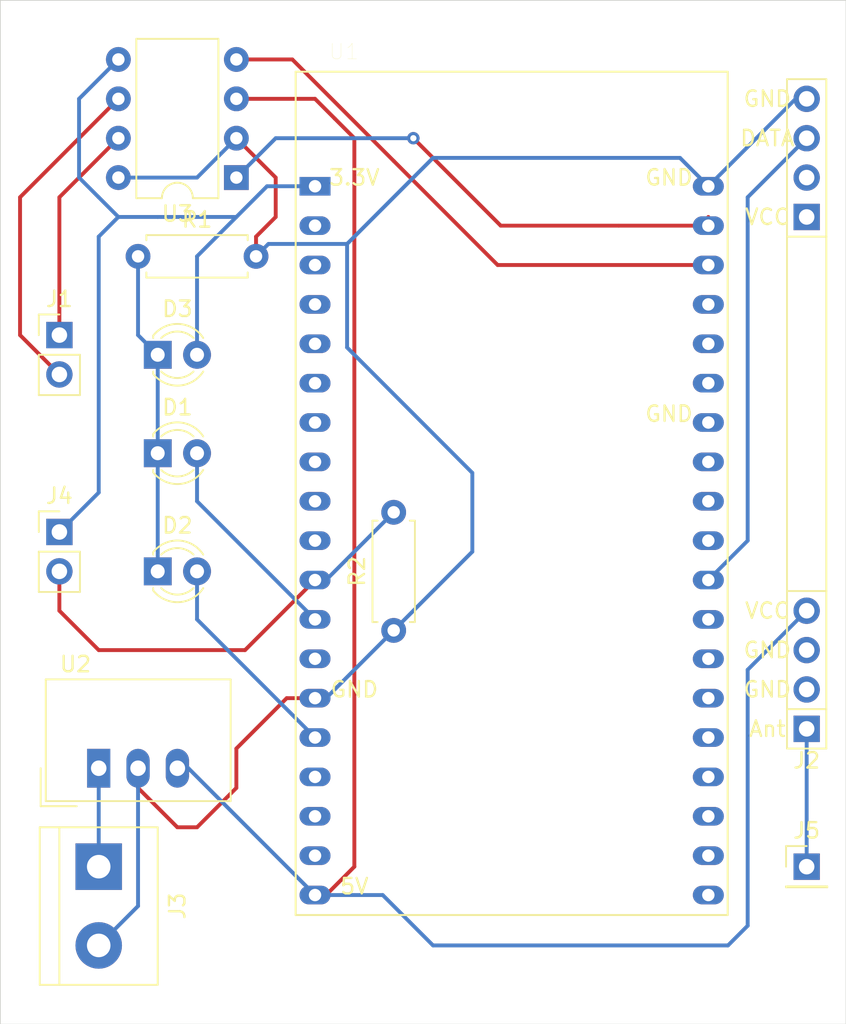
<source format=kicad_pcb>
(kicad_pcb (version 20171130) (host pcbnew 5.1.10-88a1d61d58~88~ubuntu20.10.1)

  (general
    (thickness 1.6)
    (drawings 4)
    (tracks 100)
    (zones 0)
    (modules 13)
    (nets 15)
  )

  (page User 216.002 140.005)
  (layers
    (0 F.Cu signal)
    (31 B.Cu signal)
    (33 F.Adhes user)
    (35 F.Paste user)
    (37 F.SilkS user)
    (38 B.Mask user)
    (39 F.Mask user)
    (40 Dwgs.User user)
    (41 Cmts.User user)
    (42 Eco1.User user)
    (43 Eco2.User user hide)
    (44 Edge.Cuts user)
    (45 Margin user)
    (46 B.CrtYd user)
    (47 F.CrtYd user)
    (49 F.Fab user)
  )

  (setup
    (last_trace_width 0.25)
    (trace_clearance 0.2)
    (zone_clearance 0.508)
    (zone_45_only no)
    (trace_min 0.2)
    (via_size 0.8)
    (via_drill 0.4)
    (via_min_size 0.4)
    (via_min_drill 0.3)
    (uvia_size 0.3)
    (uvia_drill 0.1)
    (uvias_allowed no)
    (uvia_min_size 0.2)
    (uvia_min_drill 0.1)
    (edge_width 0.05)
    (segment_width 0.2)
    (pcb_text_width 0.3)
    (pcb_text_size 1.5 1.5)
    (mod_edge_width 0.12)
    (mod_text_size 1 1)
    (mod_text_width 0.15)
    (pad_size 1.524 1.524)
    (pad_drill 0.762)
    (pad_to_mask_clearance 0.051)
    (solder_mask_min_width 0.25)
    (aux_axis_origin 21.59 92.71)
    (grid_origin 21.59 92.71)
    (visible_elements FFFCFFBF)
    (pcbplotparams
      (layerselection 0x010e8_ffffffff)
      (usegerberextensions false)
      (usegerberattributes true)
      (usegerberadvancedattributes true)
      (creategerberjobfile true)
      (excludeedgelayer true)
      (linewidth 0.100000)
      (plotframeref false)
      (viasonmask false)
      (mode 1)
      (useauxorigin false)
      (hpglpennumber 1)
      (hpglpenspeed 20)
      (hpglpendiameter 15.000000)
      (psnegative false)
      (psa4output false)
      (plotreference true)
      (plotvalue true)
      (plotinvisibletext false)
      (padsonsilk false)
      (subtractmaskfromsilk false)
      (outputformat 1)
      (mirror false)
      (drillshape 0)
      (scaleselection 1)
      (outputdirectory ""))
  )

  (net 0 "")
  (net 1 "Net-(D1-Pad2)")
  (net 2 "Net-(D1-Pad1)")
  (net 3 "Net-(D2-Pad2)")
  (net 4 "Net-(D3-Pad2)")
  (net 5 GND)
  (net 6 +12V)
  (net 7 "Net-(J2-Pad4)")
  (net 8 "Net-(J4-Pad2)")
  (net 9 "Net-(J2-Pad7)")
  (net 10 "Net-(U1-Pad22)")
  (net 11 "Net-(U1-Pad21)")
  (net 12 "Net-(J1-Pad1)")
  (net 13 "Net-(J1-Pad2)")
  (net 14 "Net-(J2-Pad1)")

  (net_class Default "This is the default net class."
    (clearance 0.2)
    (trace_width 0.25)
    (via_dia 0.8)
    (via_drill 0.4)
    (uvia_dia 0.3)
    (uvia_drill 0.1)
    (add_net +12V)
    (add_net GND)
    (add_net "Net-(D1-Pad1)")
    (add_net "Net-(D1-Pad2)")
    (add_net "Net-(D2-Pad2)")
    (add_net "Net-(D3-Pad2)")
    (add_net "Net-(J1-Pad1)")
    (add_net "Net-(J1-Pad2)")
    (add_net "Net-(J2-Pad1)")
    (add_net "Net-(J2-Pad2)")
    (add_net "Net-(J2-Pad3)")
    (add_net "Net-(J2-Pad4)")
    (add_net "Net-(J2-Pad5)")
    (add_net "Net-(J2-Pad6)")
    (add_net "Net-(J2-Pad7)")
    (add_net "Net-(J4-Pad2)")
    (add_net "Net-(U1-Pad10)")
    (add_net "Net-(U1-Pad13)")
    (add_net "Net-(U1-Pad16)")
    (add_net "Net-(U1-Pad17)")
    (add_net "Net-(U1-Pad18)")
    (add_net "Net-(U1-Pad2)")
    (add_net "Net-(U1-Pad21)")
    (add_net "Net-(U1-Pad22)")
    (add_net "Net-(U1-Pad23)")
    (add_net "Net-(U1-Pad24)")
    (add_net "Net-(U1-Pad25)")
    (add_net "Net-(U1-Pad26)")
    (add_net "Net-(U1-Pad27)")
    (add_net "Net-(U1-Pad28)")
    (add_net "Net-(U1-Pad29)")
    (add_net "Net-(U1-Pad3)")
    (add_net "Net-(U1-Pad31)")
    (add_net "Net-(U1-Pad32)")
    (add_net "Net-(U1-Pad33)")
    (add_net "Net-(U1-Pad34)")
    (add_net "Net-(U1-Pad35)")
    (add_net "Net-(U1-Pad36)")
    (add_net "Net-(U1-Pad37)")
    (add_net "Net-(U1-Pad38)")
    (add_net "Net-(U1-Pad4)")
    (add_net "Net-(U1-Pad5)")
    (add_net "Net-(U1-Pad6)")
    (add_net "Net-(U1-Pad7)")
    (add_net "Net-(U1-Pad8)")
    (add_net "Net-(U1-Pad9)")
  )

  (module Connector_PinHeader_2.54mm:PinHeader_1x02_P2.54mm_Vertical (layer F.Cu) (tedit 59FED5CC) (tstamp 60A5B11A)
    (at 25.4 60.96)
    (descr "Through hole straight pin header, 1x02, 2.54mm pitch, single row")
    (tags "Through hole pin header THT 1x02 2.54mm single row")
    (path /60AE01AC)
    (fp_text reference J4 (at 0 -2.33) (layer F.SilkS)
      (effects (font (size 1 1) (thickness 0.15)))
    )
    (fp_text value Prog (at 0 4.87) (layer F.Fab)
      (effects (font (size 1 1) (thickness 0.15)))
    )
    (fp_line (start 1.8 -1.8) (end -1.8 -1.8) (layer F.CrtYd) (width 0.05))
    (fp_line (start 1.8 4.35) (end 1.8 -1.8) (layer F.CrtYd) (width 0.05))
    (fp_line (start -1.8 4.35) (end 1.8 4.35) (layer F.CrtYd) (width 0.05))
    (fp_line (start -1.8 -1.8) (end -1.8 4.35) (layer F.CrtYd) (width 0.05))
    (fp_line (start -1.33 -1.33) (end 0 -1.33) (layer F.SilkS) (width 0.12))
    (fp_line (start -1.33 0) (end -1.33 -1.33) (layer F.SilkS) (width 0.12))
    (fp_line (start -1.33 1.27) (end 1.33 1.27) (layer F.SilkS) (width 0.12))
    (fp_line (start 1.33 1.27) (end 1.33 3.87) (layer F.SilkS) (width 0.12))
    (fp_line (start -1.33 1.27) (end -1.33 3.87) (layer F.SilkS) (width 0.12))
    (fp_line (start -1.33 3.87) (end 1.33 3.87) (layer F.SilkS) (width 0.12))
    (fp_line (start -1.27 -0.635) (end -0.635 -1.27) (layer F.Fab) (width 0.1))
    (fp_line (start -1.27 3.81) (end -1.27 -0.635) (layer F.Fab) (width 0.1))
    (fp_line (start 1.27 3.81) (end -1.27 3.81) (layer F.Fab) (width 0.1))
    (fp_line (start 1.27 -1.27) (end 1.27 3.81) (layer F.Fab) (width 0.1))
    (fp_line (start -0.635 -1.27) (end 1.27 -1.27) (layer F.Fab) (width 0.1))
    (fp_text user %R (at 0 1.27 90) (layer F.Fab)
      (effects (font (size 1 1) (thickness 0.15)))
    )
    (pad 2 thru_hole oval (at 0 2.54) (size 1.7 1.7) (drill 1) (layers *.Cu *.Mask)
      (net 8 "Net-(J4-Pad2)"))
    (pad 1 thru_hole rect (at 0 0) (size 1.7 1.7) (drill 1) (layers *.Cu *.Mask)
      (net 4 "Net-(D3-Pad2)"))
    (model ${KISYS3DMOD}/Connector_PinHeader_2.54mm.3dshapes/PinHeader_1x02_P2.54mm_Vertical.wrl
      (at (xyz 0 0 0))
      (scale (xyz 1 1 1))
      (rotate (xyz 0 0 0))
    )
  )

  (module Connector_PinHeader_2.54mm:PinHeader_1x02_P2.54mm_Vertical (layer F.Cu) (tedit 59FED5CC) (tstamp 60B865E7)
    (at 25.4 48.26)
    (descr "Through hole straight pin header, 1x02, 2.54mm pitch, single row")
    (tags "Through hole pin header THT 1x02 2.54mm single row")
    (path /60B7B25F)
    (fp_text reference J1 (at 0 -2.33) (layer F.SilkS)
      (effects (font (size 1 1) (thickness 0.15)))
    )
    (fp_text value CAN (at 0 4.87) (layer F.Fab)
      (effects (font (size 1 1) (thickness 0.15)))
    )
    (fp_text user %R (at 0 1.27 90) (layer F.Fab)
      (effects (font (size 1 1) (thickness 0.15)))
    )
    (fp_line (start -0.635 -1.27) (end 1.27 -1.27) (layer F.Fab) (width 0.1))
    (fp_line (start 1.27 -1.27) (end 1.27 3.81) (layer F.Fab) (width 0.1))
    (fp_line (start 1.27 3.81) (end -1.27 3.81) (layer F.Fab) (width 0.1))
    (fp_line (start -1.27 3.81) (end -1.27 -0.635) (layer F.Fab) (width 0.1))
    (fp_line (start -1.27 -0.635) (end -0.635 -1.27) (layer F.Fab) (width 0.1))
    (fp_line (start -1.33 3.87) (end 1.33 3.87) (layer F.SilkS) (width 0.12))
    (fp_line (start -1.33 1.27) (end -1.33 3.87) (layer F.SilkS) (width 0.12))
    (fp_line (start 1.33 1.27) (end 1.33 3.87) (layer F.SilkS) (width 0.12))
    (fp_line (start -1.33 1.27) (end 1.33 1.27) (layer F.SilkS) (width 0.12))
    (fp_line (start -1.33 0) (end -1.33 -1.33) (layer F.SilkS) (width 0.12))
    (fp_line (start -1.33 -1.33) (end 0 -1.33) (layer F.SilkS) (width 0.12))
    (fp_line (start -1.8 -1.8) (end -1.8 4.35) (layer F.CrtYd) (width 0.05))
    (fp_line (start -1.8 4.35) (end 1.8 4.35) (layer F.CrtYd) (width 0.05))
    (fp_line (start 1.8 4.35) (end 1.8 -1.8) (layer F.CrtYd) (width 0.05))
    (fp_line (start 1.8 -1.8) (end -1.8 -1.8) (layer F.CrtYd) (width 0.05))
    (pad 2 thru_hole oval (at 0 2.54) (size 1.7 1.7) (drill 1) (layers *.Cu *.Mask)
      (net 13 "Net-(J1-Pad2)"))
    (pad 1 thru_hole rect (at 0 0) (size 1.7 1.7) (drill 1) (layers *.Cu *.Mask)
      (net 12 "Net-(J1-Pad1)"))
    (model ${KISYS3DMOD}/Connector_PinHeader_2.54mm.3dshapes/PinHeader_1x02_P2.54mm_Vertical.wrl
      (at (xyz 0 0 0))
      (scale (xyz 1 1 1))
      (rotate (xyz 0 0 0))
    )
  )

  (module TerminalBlock:TerminalBlock_bornier-2_P5.08mm (layer F.Cu) (tedit 59FF03AB) (tstamp 60A5AC53)
    (at 27.94 82.55 270)
    (descr "simple 2-pin terminal block, pitch 5.08mm, revamped version of bornier2")
    (tags "terminal block bornier2")
    (path /60AD2DEF)
    (fp_text reference J3 (at 2.54 -5.08 90) (layer F.SilkS)
      (effects (font (size 1 1) (thickness 0.15)))
    )
    (fp_text value Power (at 2.54 5.08 90) (layer F.Fab)
      (effects (font (size 1 1) (thickness 0.15)))
    )
    (fp_text user %R (at 2.54 0 90) (layer F.Fab)
      (effects (font (size 1 1) (thickness 0.15)))
    )
    (fp_line (start -2.41 2.55) (end 7.49 2.55) (layer F.Fab) (width 0.1))
    (fp_line (start -2.46 -3.75) (end -2.46 3.75) (layer F.Fab) (width 0.1))
    (fp_line (start -2.46 3.75) (end 7.54 3.75) (layer F.Fab) (width 0.1))
    (fp_line (start 7.54 3.75) (end 7.54 -3.75) (layer F.Fab) (width 0.1))
    (fp_line (start 7.54 -3.75) (end -2.46 -3.75) (layer F.Fab) (width 0.1))
    (fp_line (start 7.62 2.54) (end -2.54 2.54) (layer F.SilkS) (width 0.12))
    (fp_line (start 7.62 3.81) (end 7.62 -3.81) (layer F.SilkS) (width 0.12))
    (fp_line (start 7.62 -3.81) (end -2.54 -3.81) (layer F.SilkS) (width 0.12))
    (fp_line (start -2.54 -3.81) (end -2.54 3.81) (layer F.SilkS) (width 0.12))
    (fp_line (start -2.54 3.81) (end 7.62 3.81) (layer F.SilkS) (width 0.12))
    (fp_line (start -2.71 -4) (end 7.79 -4) (layer F.CrtYd) (width 0.05))
    (fp_line (start -2.71 -4) (end -2.71 4) (layer F.CrtYd) (width 0.05))
    (fp_line (start 7.79 4) (end 7.79 -4) (layer F.CrtYd) (width 0.05))
    (fp_line (start 7.79 4) (end -2.71 4) (layer F.CrtYd) (width 0.05))
    (pad 2 thru_hole circle (at 5.08 0 270) (size 3 3) (drill 1.52) (layers *.Cu *.Mask)
      (net 5 GND))
    (pad 1 thru_hole rect (at 0 0 270) (size 3 3) (drill 1.52) (layers *.Cu *.Mask)
      (net 6 +12V))
    (model ${KISYS3DMOD}/TerminalBlock.3dshapes/TerminalBlock_bornier-2_P5.08mm.wrl
      (offset (xyz 2.539999961853027 0 0))
      (scale (xyz 1 1 1))
      (rotate (xyz 0 0 0))
    )
  )

  (module Package_DIP:DIP-8_W7.62mm (layer F.Cu) (tedit 5A02E8C5) (tstamp 60B65D7B)
    (at 36.83 38.1 180)
    (descr "8-lead though-hole mounted DIP package, row spacing 7.62 mm (300 mils)")
    (tags "THT DIP DIL PDIP 2.54mm 7.62mm 300mil")
    (path /60B5CB73)
    (fp_text reference U3 (at 3.81 -2.33) (layer F.SilkS)
      (effects (font (size 1 1) (thickness 0.15)))
    )
    (fp_text value MCP2562-E-P (at 3.81 9.95) (layer F.Fab)
      (effects (font (size 1 1) (thickness 0.15)))
    )
    (fp_text user %R (at 3.81 3.81) (layer F.Fab)
      (effects (font (size 1 1) (thickness 0.15)))
    )
    (fp_arc (start 3.81 -1.33) (end 2.81 -1.33) (angle -180) (layer F.SilkS) (width 0.12))
    (fp_line (start 1.635 -1.27) (end 6.985 -1.27) (layer F.Fab) (width 0.1))
    (fp_line (start 6.985 -1.27) (end 6.985 8.89) (layer F.Fab) (width 0.1))
    (fp_line (start 6.985 8.89) (end 0.635 8.89) (layer F.Fab) (width 0.1))
    (fp_line (start 0.635 8.89) (end 0.635 -0.27) (layer F.Fab) (width 0.1))
    (fp_line (start 0.635 -0.27) (end 1.635 -1.27) (layer F.Fab) (width 0.1))
    (fp_line (start 2.81 -1.33) (end 1.16 -1.33) (layer F.SilkS) (width 0.12))
    (fp_line (start 1.16 -1.33) (end 1.16 8.95) (layer F.SilkS) (width 0.12))
    (fp_line (start 1.16 8.95) (end 6.46 8.95) (layer F.SilkS) (width 0.12))
    (fp_line (start 6.46 8.95) (end 6.46 -1.33) (layer F.SilkS) (width 0.12))
    (fp_line (start 6.46 -1.33) (end 4.81 -1.33) (layer F.SilkS) (width 0.12))
    (fp_line (start -1.1 -1.55) (end -1.1 9.15) (layer F.CrtYd) (width 0.05))
    (fp_line (start -1.1 9.15) (end 8.7 9.15) (layer F.CrtYd) (width 0.05))
    (fp_line (start 8.7 9.15) (end 8.7 -1.55) (layer F.CrtYd) (width 0.05))
    (fp_line (start 8.7 -1.55) (end -1.1 -1.55) (layer F.CrtYd) (width 0.05))
    (pad 8 thru_hole oval (at 7.62 0 180) (size 1.6 1.6) (drill 0.8) (layers *.Cu *.Mask)
      (net 5 GND))
    (pad 4 thru_hole oval (at 0 7.62 180) (size 1.6 1.6) (drill 0.8) (layers *.Cu *.Mask)
      (net 10 "Net-(U1-Pad22)"))
    (pad 7 thru_hole oval (at 7.62 2.54 180) (size 1.6 1.6) (drill 0.8) (layers *.Cu *.Mask)
      (net 12 "Net-(J1-Pad1)"))
    (pad 3 thru_hole oval (at 0 5.08 180) (size 1.6 1.6) (drill 0.8) (layers *.Cu *.Mask)
      (net 7 "Net-(J2-Pad4)"))
    (pad 6 thru_hole oval (at 7.62 5.08 180) (size 1.6 1.6) (drill 0.8) (layers *.Cu *.Mask)
      (net 13 "Net-(J1-Pad2)"))
    (pad 2 thru_hole oval (at 0 2.54 180) (size 1.6 1.6) (drill 0.8) (layers *.Cu *.Mask)
      (net 5 GND))
    (pad 5 thru_hole oval (at 7.62 7.62 180) (size 1.6 1.6) (drill 0.8) (layers *.Cu *.Mask)
      (net 4 "Net-(D3-Pad2)"))
    (pad 1 thru_hole rect (at 0 0 180) (size 1.6 1.6) (drill 0.8) (layers *.Cu *.Mask)
      (net 11 "Net-(U1-Pad21)"))
    (model ${KISYS3DMOD}/Package_DIP.3dshapes/DIP-8_W7.62mm.wrl
      (at (xyz 0 0 0))
      (scale (xyz 1 1 1))
      (rotate (xyz 0 0 0))
    )
  )

  (module Converter_DCDC:Converter_DCDC_TRACO_TSR-1_THT (layer F.Cu) (tedit 59FE1FB7) (tstamp 60A57496)
    (at 27.94 76.2)
    (descr "DCDC-Converter, TRACO, TSR 1-xxxx")
    (tags "DCDC-Converter TRACO TSR-1")
    (path /60A807C8)
    (fp_text reference U2 (at -1.5 -6.71) (layer F.SilkS)
      (effects (font (size 1 1) (thickness 0.15)))
    )
    (fp_text value TSR_1-2450 (at 2.5 3.25) (layer F.Fab)
      (effects (font (size 1 1) (thickness 0.15)))
    )
    (fp_line (start -2.3 2) (end 8.4 2) (layer F.Fab) (width 0.1))
    (fp_line (start -3.42 2.12) (end -3.42 -5.73) (layer F.SilkS) (width 0.12))
    (fp_line (start -3.42 -5.73) (end 8.52 -5.73) (layer F.SilkS) (width 0.12))
    (fp_line (start 8.52 -5.73) (end 8.52 2.12) (layer F.SilkS) (width 0.12))
    (fp_line (start 8.52 2.12) (end -3.42 2.12) (layer F.SilkS) (width 0.12))
    (fp_line (start -3.55 -5.85) (end 8.65 -5.85) (layer F.CrtYd) (width 0.05))
    (fp_line (start 8.65 -5.85) (end 8.65 2.25) (layer F.CrtYd) (width 0.05))
    (fp_line (start 8.65 2.25) (end -3.55 2.25) (layer F.CrtYd) (width 0.05))
    (fp_line (start -3.55 2.25) (end -3.55 -5.85) (layer F.CrtYd) (width 0.05))
    (fp_line (start -3.3 -5.6) (end 8.4 -5.6) (layer F.Fab) (width 0.1))
    (fp_line (start 8.4 2) (end 8.4 -5.6) (layer F.Fab) (width 0.1))
    (fp_line (start -3.3 1) (end -3.3 -5.6) (layer F.Fab) (width 0.1))
    (fp_line (start -3.3 1) (end -2.3 2) (layer F.Fab) (width 0.1))
    (fp_line (start -3.75 0) (end -3.75 2.45) (layer F.SilkS) (width 0.12))
    (fp_line (start -3.75 2.45) (end -1.42 2.45) (layer F.SilkS) (width 0.12))
    (fp_text user %R (at 3 -3) (layer F.Fab)
      (effects (font (size 1 1) (thickness 0.15)))
    )
    (pad 3 thru_hole oval (at 5.08 0) (size 1.5 2.5) (drill 1) (layers *.Cu *.Mask)
      (net 7 "Net-(J2-Pad4)"))
    (pad 2 thru_hole oval (at 2.54 0) (size 1.5 2.5) (drill 1) (layers *.Cu *.Mask)
      (net 5 GND))
    (pad 1 thru_hole rect (at 0 0) (size 1.5 2.5) (drill 1) (layers *.Cu *.Mask)
      (net 6 +12V))
    (model ${KISYS3DMOD}/Converter_DCDC.3dshapes/Converter_DCDC_TRACO_TSR-1_THT.wrl
      (at (xyz 0 0 0))
      (scale (xyz 1 1 1))
      (rotate (xyz 0 0 0))
    )
  )

  (module ESP32-DEVKITC-32D:MODULE_ESP32-DEVKITC-32D (layer F.Cu) (tedit 60B4DAD2) (tstamp 60A55E68)
    (at 54.61 58.42)
    (path /60A4A52E)
    (fp_text reference U1 (at -10.829175 -28.446045) (layer F.SilkS)
      (effects (font (size 1.000386 1.000386) (thickness 0.015)))
    )
    (fp_text value ESP32-DEVKITC-32D (at 1.24136 28.294535) (layer F.Fab)
      (effects (font (size 1.001047 1.001047) (thickness 0.015)))
    )
    (fp_circle (center -14.6 -19.9) (end -14.46 -19.9) (layer F.Fab) (width 0.28))
    (fp_circle (center -14.6 -19.9) (end -14.46 -19.9) (layer F.Fab) (width 0.28))
    (fp_line (start -14.2 27.5) (end -14.2 -27.4) (layer F.CrtYd) (width 0.05))
    (fp_line (start 14.2 27.5) (end -14.2 27.5) (layer F.CrtYd) (width 0.05))
    (fp_line (start 14.2 -27.4) (end 14.2 27.5) (layer F.CrtYd) (width 0.05))
    (fp_line (start -14.2 -27.4) (end 14.2 -27.4) (layer F.CrtYd) (width 0.05))
    (fp_line (start 13.95 27.25) (end -13.95 27.25) (layer F.SilkS) (width 0.127))
    (fp_line (start 13.95 -27.15) (end 13.95 27.25) (layer F.SilkS) (width 0.127))
    (fp_line (start -13.95 -27.15) (end 13.95 -27.15) (layer F.SilkS) (width 0.127))
    (fp_line (start -13.95 27.25) (end -13.95 -27.15) (layer F.SilkS) (width 0.127))
    (fp_line (start -13.95 27.25) (end -13.95 -27.15) (layer F.Fab) (width 0.127))
    (fp_line (start 13.95 27.25) (end -13.95 27.25) (layer F.Fab) (width 0.127))
    (fp_line (start 13.95 -27.15) (end 13.95 27.25) (layer F.Fab) (width 0.127))
    (fp_line (start -13.95 -27.15) (end 13.95 -27.15) (layer F.Fab) (width 0.127))
    (fp_text user GND (at 10.16 -5.08) (layer F.SilkS)
      (effects (font (size 1 1) (thickness 0.15)))
    )
    (fp_text user GND (at -10.16 12.7) (layer F.SilkS)
      (effects (font (size 1 1) (thickness 0.15)))
    )
    (fp_text user GND (at 10.16 -20.32) (layer F.SilkS)
      (effects (font (size 1 1) (thickness 0.15)))
    )
    (fp_text user 5V (at -10.16 25.4) (layer F.SilkS)
      (effects (font (size 1 1) (thickness 0.15)))
    )
    (fp_text user 3.3V (at -10.16 -20.32) (layer F.SilkS)
      (effects (font (size 1 1) (thickness 0.15)))
    )
    (pad 38 thru_hole oval (at 12.7 25.96) (size 2 1.2) (drill 0.8) (layers *.Cu *.Mask))
    (pad 37 thru_hole oval (at 12.7 23.42) (size 2 1.2) (drill 0.8) (layers *.Cu *.Mask))
    (pad 36 thru_hole oval (at 12.7 20.88) (size 2 1.2) (drill 0.8) (layers *.Cu *.Mask))
    (pad 35 thru_hole oval (at 12.7 18.34) (size 2 1.2) (drill 0.8) (layers *.Cu *.Mask))
    (pad 34 thru_hole oval (at 12.7 15.8) (size 2 1.2) (drill 0.8) (layers *.Cu *.Mask))
    (pad 33 thru_hole oval (at 12.7 13.26) (size 2 1.2) (drill 0.8) (layers *.Cu *.Mask))
    (pad 32 thru_hole oval (at 12.7 10.72) (size 2 1.2) (drill 0.8) (layers *.Cu *.Mask))
    (pad 31 thru_hole oval (at 12.7 8.18) (size 2 1.2) (drill 0.8) (layers *.Cu *.Mask))
    (pad 30 thru_hole oval (at 12.7 5.64) (size 2 1.2) (drill 0.8) (layers *.Cu *.Mask)
      (net 9 "Net-(J2-Pad7)"))
    (pad 29 thru_hole oval (at 12.7 3.1) (size 2 1.2) (drill 0.8) (layers *.Cu *.Mask))
    (pad 28 thru_hole oval (at 12.7 0.56) (size 2 1.2) (drill 0.8) (layers *.Cu *.Mask))
    (pad 27 thru_hole oval (at 12.7 -1.98) (size 2 1.2) (drill 0.8) (layers *.Cu *.Mask))
    (pad 26 thru_hole oval (at 12.7 -4.52) (size 2 1.2) (drill 0.8) (layers *.Cu *.Mask))
    (pad 25 thru_hole oval (at 12.7 -7.06) (size 2 1.2) (drill 0.8) (layers *.Cu *.Mask))
    (pad 24 thru_hole oval (at 12.7 -9.6) (size 2 1.2) (drill 0.8) (layers *.Cu *.Mask))
    (pad 23 thru_hole oval (at 12.7 -12.14) (size 2 1.2) (drill 0.8) (layers *.Cu *.Mask))
    (pad 22 thru_hole oval (at 12.7 -14.68) (size 2 1.2) (drill 0.8) (layers *.Cu *.Mask)
      (net 10 "Net-(U1-Pad22)"))
    (pad 21 thru_hole oval (at 12.7 -17.22) (size 2 1.2) (drill 0.8) (layers *.Cu *.Mask)
      (net 11 "Net-(U1-Pad21)"))
    (pad 20 thru_hole oval (at 12.7 -19.76) (size 2 1.2) (drill 0.8) (layers *.Cu *.Mask)
      (net 5 GND))
    (pad 19 thru_hole oval (at -12.7 25.96) (size 2 1.2) (drill 0.8) (layers *.Cu *.Mask)
      (net 7 "Net-(J2-Pad4)"))
    (pad 18 thru_hole oval (at -12.7 23.42) (size 2 1.2) (drill 0.8) (layers *.Cu *.Mask))
    (pad 17 thru_hole oval (at -12.7 20.88) (size 2 1.2) (drill 0.8) (layers *.Cu *.Mask))
    (pad 16 thru_hole oval (at -12.7 18.34) (size 2 1.2) (drill 0.8) (layers *.Cu *.Mask))
    (pad 15 thru_hole oval (at -12.7 15.8) (size 2 1.2) (drill 0.8) (layers *.Cu *.Mask)
      (net 3 "Net-(D2-Pad2)"))
    (pad 14 thru_hole oval (at -12.7 13.26) (size 2 1.2) (drill 0.8) (layers *.Cu *.Mask)
      (net 5 GND))
    (pad 13 thru_hole oval (at -12.7 10.72) (size 2 1.2) (drill 0.8) (layers *.Cu *.Mask))
    (pad 12 thru_hole oval (at -12.7 8.18) (size 2 1.2) (drill 0.8) (layers *.Cu *.Mask)
      (net 1 "Net-(D1-Pad2)"))
    (pad 11 thru_hole oval (at -12.7 5.64) (size 2 1.2) (drill 0.8) (layers *.Cu *.Mask)
      (net 8 "Net-(J4-Pad2)"))
    (pad 10 thru_hole oval (at -12.7 3.1) (size 2 1.2) (drill 0.8) (layers *.Cu *.Mask))
    (pad 9 thru_hole oval (at -12.7 0.56) (size 2 1.2) (drill 0.8) (layers *.Cu *.Mask))
    (pad 8 thru_hole oval (at -12.7 -1.98) (size 2 1.2) (drill 0.8) (layers *.Cu *.Mask))
    (pad 7 thru_hole oval (at -12.7 -4.52) (size 2 1.2) (drill 0.8) (layers *.Cu *.Mask))
    (pad 6 thru_hole oval (at -12.7 -7.06) (size 2 1.2) (drill 0.8) (layers *.Cu *.Mask))
    (pad 5 thru_hole oval (at -12.7 -9.6) (size 2 1.2) (drill 0.8) (layers *.Cu *.Mask))
    (pad 4 thru_hole oval (at -12.7 -12.14) (size 2 1.2) (drill 0.8) (layers *.Cu *.Mask))
    (pad 3 thru_hole oval (at -12.7 -14.68) (size 2 1.2) (drill 0.8) (layers *.Cu *.Mask))
    (pad 2 thru_hole oval (at -12.7 -17.22) (size 2 1.2) (drill 0.8) (layers *.Cu *.Mask))
    (pad 1 thru_hole rect (at -12.7 -19.76) (size 2 1.2) (drill 0.8) (layers *.Cu *.Mask)
      (net 4 "Net-(D3-Pad2)"))
  )

  (module Resistor_THT:R_Axial_DIN0207_L6.3mm_D2.5mm_P7.62mm_Horizontal (layer F.Cu) (tedit 5AE5139B) (tstamp 60A5B15D)
    (at 46.99 67.31 90)
    (descr "Resistor, Axial_DIN0207 series, Axial, Horizontal, pin pitch=7.62mm, 0.25W = 1/4W, length*diameter=6.3*2.5mm^2, http://cdn-reichelt.de/documents/datenblatt/B400/1_4W%23YAG.pdf")
    (tags "Resistor Axial_DIN0207 series Axial Horizontal pin pitch 7.62mm 0.25W = 1/4W length 6.3mm diameter 2.5mm")
    (path /60AE6A47)
    (fp_text reference R2 (at 3.81 -2.37 90) (layer F.SilkS)
      (effects (font (size 1 1) (thickness 0.15)))
    )
    (fp_text value R (at 3.81 2.37 90) (layer F.Fab)
      (effects (font (size 1 1) (thickness 0.15)))
    )
    (fp_line (start 8.67 -1.5) (end -1.05 -1.5) (layer F.CrtYd) (width 0.05))
    (fp_line (start 8.67 1.5) (end 8.67 -1.5) (layer F.CrtYd) (width 0.05))
    (fp_line (start -1.05 1.5) (end 8.67 1.5) (layer F.CrtYd) (width 0.05))
    (fp_line (start -1.05 -1.5) (end -1.05 1.5) (layer F.CrtYd) (width 0.05))
    (fp_line (start 7.08 1.37) (end 7.08 1.04) (layer F.SilkS) (width 0.12))
    (fp_line (start 0.54 1.37) (end 7.08 1.37) (layer F.SilkS) (width 0.12))
    (fp_line (start 0.54 1.04) (end 0.54 1.37) (layer F.SilkS) (width 0.12))
    (fp_line (start 7.08 -1.37) (end 7.08 -1.04) (layer F.SilkS) (width 0.12))
    (fp_line (start 0.54 -1.37) (end 7.08 -1.37) (layer F.SilkS) (width 0.12))
    (fp_line (start 0.54 -1.04) (end 0.54 -1.37) (layer F.SilkS) (width 0.12))
    (fp_line (start 7.62 0) (end 6.96 0) (layer F.Fab) (width 0.1))
    (fp_line (start 0 0) (end 0.66 0) (layer F.Fab) (width 0.1))
    (fp_line (start 6.96 -1.25) (end 0.66 -1.25) (layer F.Fab) (width 0.1))
    (fp_line (start 6.96 1.25) (end 6.96 -1.25) (layer F.Fab) (width 0.1))
    (fp_line (start 0.66 1.25) (end 6.96 1.25) (layer F.Fab) (width 0.1))
    (fp_line (start 0.66 -1.25) (end 0.66 1.25) (layer F.Fab) (width 0.1))
    (fp_text user %R (at 3.81 0 180) (layer F.Fab)
      (effects (font (size 1 1) (thickness 0.15)))
    )
    (pad 2 thru_hole oval (at 7.62 0 90) (size 1.6 1.6) (drill 0.8) (layers *.Cu *.Mask)
      (net 8 "Net-(J4-Pad2)"))
    (pad 1 thru_hole circle (at 0 0 90) (size 1.6 1.6) (drill 0.8) (layers *.Cu *.Mask)
      (net 5 GND))
    (model ${KISYS3DMOD}/Resistor_THT.3dshapes/R_Axial_DIN0207_L6.3mm_D2.5mm_P7.62mm_Horizontal.wrl
      (at (xyz 0 0 0))
      (scale (xyz 1 1 1))
      (rotate (xyz 0 0 0))
    )
  )

  (module ESP32-DEVKITC-32D:RXB6 (layer F.Cu) (tedit 60B4DC4B) (tstamp 60A57F18)
    (at 73.66 76.2 180)
    (path /60A8FC2B)
    (fp_text reference J2 (at 0 0.5) (layer F.SilkS)
      (effects (font (size 1 1) (thickness 0.15)))
    )
    (fp_text value RXB6 (at 0 -0.5) (layer F.Fab)
      (effects (font (size 1 1) (thickness 0.15)))
    )
    (fp_line (start -1.27 1.27) (end -1.27 11.43) (layer F.SilkS) (width 0.12))
    (fp_line (start -1.27 11.43) (end 1.27 11.43) (layer F.SilkS) (width 0.12))
    (fp_line (start 1.27 11.43) (end 1.27 1.27) (layer F.SilkS) (width 0.12))
    (fp_line (start 1.27 1.27) (end -1.27 1.27) (layer F.SilkS) (width 0.12))
    (fp_line (start -1.27 34.29) (end 1.27 34.29) (layer F.SilkS) (width 0.12))
    (fp_line (start 1.27 34.29) (end 1.27 44.45) (layer F.SilkS) (width 0.12))
    (fp_line (start 1.27 44.45) (end -1.27 44.45) (layer F.SilkS) (width 0.12))
    (fp_line (start -1.27 44.45) (end -1.27 34.29) (layer F.SilkS) (width 0.12))
    (fp_line (start -1.27 3.81) (end 1.27 3.81) (layer F.SilkS) (width 0.12))
    (fp_line (start -1.27 11.43) (end -1.27 34.29) (layer F.SilkS) (width 0.12))
    (fp_line (start 1.27 11.43) (end 1.27 34.29) (layer F.SilkS) (width 0.12))
    (fp_text user DATA (at 2.54 40.64) (layer F.SilkS)
      (effects (font (size 1 1) (thickness 0.15)))
    )
    (fp_text user GND (at 2.54 43.18) (layer F.SilkS)
      (effects (font (size 1 1) (thickness 0.15)))
    )
    (fp_text user GND (at 2.54 7.62) (layer F.SilkS)
      (effects (font (size 1 1) (thickness 0.15)))
    )
    (fp_text user GND (at 2.54 5.08) (layer F.SilkS)
      (effects (font (size 1 1) (thickness 0.15)))
    )
    (fp_text user VCC (at 2.54 35.56) (layer F.SilkS)
      (effects (font (size 1 1) (thickness 0.15)))
    )
    (fp_text user VCC (at 2.54 10.16) (layer F.SilkS)
      (effects (font (size 1 1) (thickness 0.15)))
    )
    (fp_text user Ant (at 2.54 2.54) (layer F.SilkS)
      (effects (font (size 1 1) (thickness 0.15)))
    )
    (pad 8 thru_hole circle (at 0 43.18 180) (size 1.7 1.7) (drill 1) (layers *.Cu *.Mask)
      (net 5 GND))
    (pad 7 thru_hole circle (at 0 40.64 180) (size 1.7 1.7) (drill 1) (layers *.Cu *.Mask)
      (net 9 "Net-(J2-Pad7)"))
    (pad 6 thru_hole circle (at 0 38.1 180) (size 1.7 1.7) (drill 1) (layers *.Cu *.Mask))
    (pad 5 thru_hole rect (at 0 35.56 180) (size 1.7 1.7) (drill 1) (layers *.Cu *.Mask))
    (pad 4 thru_hole circle (at 0 10.16 180) (size 1.7 1.7) (drill 1) (layers *.Cu *.Mask)
      (net 7 "Net-(J2-Pad4)"))
    (pad 3 thru_hole circle (at 0 7.62 180) (size 1.7 1.7) (drill 1) (layers *.Cu *.Mask))
    (pad 2 thru_hole circle (at 0 5.08 180) (size 1.7 1.7) (drill 1) (layers *.Cu *.Mask))
    (pad 1 thru_hole rect (at 0 2.54 180) (size 1.7 1.7) (drill 1) (layers *.Cu *.Mask)
      (net 14 "Net-(J2-Pad1)"))
  )

  (module Connector_PinHeader_2.54mm:PinHeader_1x01_P2.54mm_Vertical (layer F.Cu) (tedit 59FED5CC) (tstamp 60A58291)
    (at 73.66 82.55)
    (descr "Through hole straight pin header, 1x01, 2.54mm pitch, single row")
    (tags "Through hole pin header THT 1x01 2.54mm single row")
    (path /60AAB67E)
    (fp_text reference J5 (at 0 -2.33) (layer F.SilkS)
      (effects (font (size 1 1) (thickness 0.15)))
    )
    (fp_text value Ant (at 0 2.33) (layer F.Fab)
      (effects (font (size 1 1) (thickness 0.15)))
    )
    (fp_line (start 1.8 -1.8) (end -1.8 -1.8) (layer F.CrtYd) (width 0.05))
    (fp_line (start 1.8 1.8) (end 1.8 -1.8) (layer F.CrtYd) (width 0.05))
    (fp_line (start -1.8 1.8) (end 1.8 1.8) (layer F.CrtYd) (width 0.05))
    (fp_line (start -1.8 -1.8) (end -1.8 1.8) (layer F.CrtYd) (width 0.05))
    (fp_line (start -1.33 -1.33) (end 0 -1.33) (layer F.SilkS) (width 0.12))
    (fp_line (start -1.33 0) (end -1.33 -1.33) (layer F.SilkS) (width 0.12))
    (fp_line (start -1.33 1.27) (end 1.33 1.27) (layer F.SilkS) (width 0.12))
    (fp_line (start 1.33 1.27) (end 1.33 1.33) (layer F.SilkS) (width 0.12))
    (fp_line (start -1.33 1.27) (end -1.33 1.33) (layer F.SilkS) (width 0.12))
    (fp_line (start -1.33 1.33) (end 1.33 1.33) (layer F.SilkS) (width 0.12))
    (fp_line (start -1.27 -0.635) (end -0.635 -1.27) (layer F.Fab) (width 0.1))
    (fp_line (start -1.27 1.27) (end -1.27 -0.635) (layer F.Fab) (width 0.1))
    (fp_line (start 1.27 1.27) (end -1.27 1.27) (layer F.Fab) (width 0.1))
    (fp_line (start 1.27 -1.27) (end 1.27 1.27) (layer F.Fab) (width 0.1))
    (fp_line (start -0.635 -1.27) (end 1.27 -1.27) (layer F.Fab) (width 0.1))
    (fp_text user %R (at 0 0 90) (layer F.Fab)
      (effects (font (size 1 1) (thickness 0.15)))
    )
    (pad 1 thru_hole rect (at 0 0) (size 1.7 1.7) (drill 1) (layers *.Cu *.Mask)
      (net 14 "Net-(J2-Pad1)"))
    (model ${KISYS3DMOD}/Connector_PinHeader_2.54mm.3dshapes/PinHeader_1x01_P2.54mm_Vertical.wrl
      (at (xyz 0 0 0))
      (scale (xyz 1 1 1))
      (rotate (xyz 0 0 0))
    )
  )

  (module Resistor_THT:R_Axial_DIN0207_L6.3mm_D2.5mm_P7.62mm_Horizontal (layer F.Cu) (tedit 5AE5139B) (tstamp 60A55E30)
    (at 30.48 43.18)
    (descr "Resistor, Axial_DIN0207 series, Axial, Horizontal, pin pitch=7.62mm, 0.25W = 1/4W, length*diameter=6.3*2.5mm^2, http://cdn-reichelt.de/documents/datenblatt/B400/1_4W%23YAG.pdf")
    (tags "Resistor Axial_DIN0207 series Axial Horizontal pin pitch 7.62mm 0.25W = 1/4W length 6.3mm diameter 2.5mm")
    (path /60A51BF5)
    (fp_text reference R1 (at 3.81 -2.37) (layer F.SilkS)
      (effects (font (size 1 1) (thickness 0.15)))
    )
    (fp_text value R (at 3.81 2.37) (layer F.Fab)
      (effects (font (size 1 1) (thickness 0.15)))
    )
    (fp_line (start 8.67 -1.5) (end -1.05 -1.5) (layer F.CrtYd) (width 0.05))
    (fp_line (start 8.67 1.5) (end 8.67 -1.5) (layer F.CrtYd) (width 0.05))
    (fp_line (start -1.05 1.5) (end 8.67 1.5) (layer F.CrtYd) (width 0.05))
    (fp_line (start -1.05 -1.5) (end -1.05 1.5) (layer F.CrtYd) (width 0.05))
    (fp_line (start 7.08 1.37) (end 7.08 1.04) (layer F.SilkS) (width 0.12))
    (fp_line (start 0.54 1.37) (end 7.08 1.37) (layer F.SilkS) (width 0.12))
    (fp_line (start 0.54 1.04) (end 0.54 1.37) (layer F.SilkS) (width 0.12))
    (fp_line (start 7.08 -1.37) (end 7.08 -1.04) (layer F.SilkS) (width 0.12))
    (fp_line (start 0.54 -1.37) (end 7.08 -1.37) (layer F.SilkS) (width 0.12))
    (fp_line (start 0.54 -1.04) (end 0.54 -1.37) (layer F.SilkS) (width 0.12))
    (fp_line (start 7.62 0) (end 6.96 0) (layer F.Fab) (width 0.1))
    (fp_line (start 0 0) (end 0.66 0) (layer F.Fab) (width 0.1))
    (fp_line (start 6.96 -1.25) (end 0.66 -1.25) (layer F.Fab) (width 0.1))
    (fp_line (start 6.96 1.25) (end 6.96 -1.25) (layer F.Fab) (width 0.1))
    (fp_line (start 0.66 1.25) (end 6.96 1.25) (layer F.Fab) (width 0.1))
    (fp_line (start 0.66 -1.25) (end 0.66 1.25) (layer F.Fab) (width 0.1))
    (fp_text user %R (at 3.81 0) (layer F.Fab)
      (effects (font (size 1 1) (thickness 0.15)))
    )
    (pad 2 thru_hole oval (at 7.62 0) (size 1.6 1.6) (drill 0.8) (layers *.Cu *.Mask)
      (net 5 GND))
    (pad 1 thru_hole circle (at 0 0) (size 1.6 1.6) (drill 0.8) (layers *.Cu *.Mask)
      (net 2 "Net-(D1-Pad1)"))
    (model ${KISYS3DMOD}/Resistor_THT.3dshapes/R_Axial_DIN0207_L6.3mm_D2.5mm_P7.62mm_Horizontal.wrl
      (at (xyz 0 0 0))
      (scale (xyz 1 1 1))
      (rotate (xyz 0 0 0))
    )
  )

  (module LED_THT:LED_D3.0mm (layer F.Cu) (tedit 587A3A7B) (tstamp 60A55E19)
    (at 31.75 49.53)
    (descr "LED, diameter 3.0mm, 2 pins")
    (tags "LED diameter 3.0mm 2 pins")
    (path /60A5F96D)
    (fp_text reference D3 (at 1.27 -2.96) (layer F.SilkS)
      (effects (font (size 1 1) (thickness 0.15)))
    )
    (fp_text value LED (at 1.27 2.96) (layer F.Fab)
      (effects (font (size 1 1) (thickness 0.15)))
    )
    (fp_line (start 3.7 -2.25) (end -1.15 -2.25) (layer F.CrtYd) (width 0.05))
    (fp_line (start 3.7 2.25) (end 3.7 -2.25) (layer F.CrtYd) (width 0.05))
    (fp_line (start -1.15 2.25) (end 3.7 2.25) (layer F.CrtYd) (width 0.05))
    (fp_line (start -1.15 -2.25) (end -1.15 2.25) (layer F.CrtYd) (width 0.05))
    (fp_line (start -0.29 1.08) (end -0.29 1.236) (layer F.SilkS) (width 0.12))
    (fp_line (start -0.29 -1.236) (end -0.29 -1.08) (layer F.SilkS) (width 0.12))
    (fp_line (start -0.23 -1.16619) (end -0.23 1.16619) (layer F.Fab) (width 0.1))
    (fp_circle (center 1.27 0) (end 2.77 0) (layer F.Fab) (width 0.1))
    (fp_arc (start 1.27 0) (end 0.229039 1.08) (angle -87.9) (layer F.SilkS) (width 0.12))
    (fp_arc (start 1.27 0) (end 0.229039 -1.08) (angle 87.9) (layer F.SilkS) (width 0.12))
    (fp_arc (start 1.27 0) (end -0.29 1.235516) (angle -108.8) (layer F.SilkS) (width 0.12))
    (fp_arc (start 1.27 0) (end -0.29 -1.235516) (angle 108.8) (layer F.SilkS) (width 0.12))
    (fp_arc (start 1.27 0) (end -0.23 -1.16619) (angle 284.3) (layer F.Fab) (width 0.1))
    (pad 2 thru_hole circle (at 2.54 0) (size 1.8 1.8) (drill 0.9) (layers *.Cu *.Mask)
      (net 4 "Net-(D3-Pad2)"))
    (pad 1 thru_hole rect (at 0 0) (size 1.8 1.8) (drill 0.9) (layers *.Cu *.Mask)
      (net 2 "Net-(D1-Pad1)"))
    (model ${KISYS3DMOD}/LED_THT.3dshapes/LED_D3.0mm.wrl
      (at (xyz 0 0 0))
      (scale (xyz 1 1 1))
      (rotate (xyz 0 0 0))
    )
  )

  (module LED_THT:LED_D3.0mm (layer F.Cu) (tedit 587A3A7B) (tstamp 60A55E06)
    (at 31.75 63.5)
    (descr "LED, diameter 3.0mm, 2 pins")
    (tags "LED diameter 3.0mm 2 pins")
    (path /60A5303F)
    (fp_text reference D2 (at 1.27 -2.96) (layer F.SilkS)
      (effects (font (size 1 1) (thickness 0.15)))
    )
    (fp_text value LED (at 1.27 2.96) (layer F.Fab)
      (effects (font (size 1 1) (thickness 0.15)))
    )
    (fp_line (start 3.7 -2.25) (end -1.15 -2.25) (layer F.CrtYd) (width 0.05))
    (fp_line (start 3.7 2.25) (end 3.7 -2.25) (layer F.CrtYd) (width 0.05))
    (fp_line (start -1.15 2.25) (end 3.7 2.25) (layer F.CrtYd) (width 0.05))
    (fp_line (start -1.15 -2.25) (end -1.15 2.25) (layer F.CrtYd) (width 0.05))
    (fp_line (start -0.29 1.08) (end -0.29 1.236) (layer F.SilkS) (width 0.12))
    (fp_line (start -0.29 -1.236) (end -0.29 -1.08) (layer F.SilkS) (width 0.12))
    (fp_line (start -0.23 -1.16619) (end -0.23 1.16619) (layer F.Fab) (width 0.1))
    (fp_circle (center 1.27 0) (end 2.77 0) (layer F.Fab) (width 0.1))
    (fp_arc (start 1.27 0) (end 0.229039 1.08) (angle -87.9) (layer F.SilkS) (width 0.12))
    (fp_arc (start 1.27 0) (end 0.229039 -1.08) (angle 87.9) (layer F.SilkS) (width 0.12))
    (fp_arc (start 1.27 0) (end -0.29 1.235516) (angle -108.8) (layer F.SilkS) (width 0.12))
    (fp_arc (start 1.27 0) (end -0.29 -1.235516) (angle 108.8) (layer F.SilkS) (width 0.12))
    (fp_arc (start 1.27 0) (end -0.23 -1.16619) (angle 284.3) (layer F.Fab) (width 0.1))
    (pad 2 thru_hole circle (at 2.54 0) (size 1.8 1.8) (drill 0.9) (layers *.Cu *.Mask)
      (net 3 "Net-(D2-Pad2)"))
    (pad 1 thru_hole rect (at 0 0) (size 1.8 1.8) (drill 0.9) (layers *.Cu *.Mask)
      (net 2 "Net-(D1-Pad1)"))
    (model ${KISYS3DMOD}/LED_THT.3dshapes/LED_D3.0mm.wrl
      (at (xyz 0 0 0))
      (scale (xyz 1 1 1))
      (rotate (xyz 0 0 0))
    )
  )

  (module LED_THT:LED_D3.0mm (layer F.Cu) (tedit 587A3A7B) (tstamp 60A55DF3)
    (at 31.75 55.88)
    (descr "LED, diameter 3.0mm, 2 pins")
    (tags "LED diameter 3.0mm 2 pins")
    (path /60A529BD)
    (fp_text reference D1 (at 1.27 -2.96) (layer F.SilkS)
      (effects (font (size 1 1) (thickness 0.15)))
    )
    (fp_text value LED (at 1.27 2.96) (layer F.Fab)
      (effects (font (size 1 1) (thickness 0.15)))
    )
    (fp_line (start 3.7 -2.25) (end -1.15 -2.25) (layer F.CrtYd) (width 0.05))
    (fp_line (start 3.7 2.25) (end 3.7 -2.25) (layer F.CrtYd) (width 0.05))
    (fp_line (start -1.15 2.25) (end 3.7 2.25) (layer F.CrtYd) (width 0.05))
    (fp_line (start -1.15 -2.25) (end -1.15 2.25) (layer F.CrtYd) (width 0.05))
    (fp_line (start -0.29 1.08) (end -0.29 1.236) (layer F.SilkS) (width 0.12))
    (fp_line (start -0.29 -1.236) (end -0.29 -1.08) (layer F.SilkS) (width 0.12))
    (fp_line (start -0.23 -1.16619) (end -0.23 1.16619) (layer F.Fab) (width 0.1))
    (fp_circle (center 1.27 0) (end 2.77 0) (layer F.Fab) (width 0.1))
    (fp_arc (start 1.27 0) (end 0.229039 1.08) (angle -87.9) (layer F.SilkS) (width 0.12))
    (fp_arc (start 1.27 0) (end 0.229039 -1.08) (angle 87.9) (layer F.SilkS) (width 0.12))
    (fp_arc (start 1.27 0) (end -0.29 1.235516) (angle -108.8) (layer F.SilkS) (width 0.12))
    (fp_arc (start 1.27 0) (end -0.29 -1.235516) (angle 108.8) (layer F.SilkS) (width 0.12))
    (fp_arc (start 1.27 0) (end -0.23 -1.16619) (angle 284.3) (layer F.Fab) (width 0.1))
    (pad 2 thru_hole circle (at 2.54 0) (size 1.8 1.8) (drill 0.9) (layers *.Cu *.Mask)
      (net 1 "Net-(D1-Pad2)"))
    (pad 1 thru_hole rect (at 0 0) (size 1.8 1.8) (drill 0.9) (layers *.Cu *.Mask)
      (net 2 "Net-(D1-Pad1)"))
    (model ${KISYS3DMOD}/LED_THT.3dshapes/LED_D3.0mm.wrl
      (at (xyz 0 0 0))
      (scale (xyz 1 1 1))
      (rotate (xyz 0 0 0))
    )
  )

  (gr_line (start 21.59 26.67) (end 21.59 92.71) (layer Edge.Cuts) (width 0.05) (tstamp 60AAA243))
  (gr_line (start 76.2 26.67) (end 21.59 26.67) (layer Edge.Cuts) (width 0.05))
  (gr_line (start 76.2 92.71) (end 76.2 26.67) (layer Edge.Cuts) (width 0.05))
  (gr_line (start 21.59 92.71) (end 76.2 92.71) (layer Edge.Cuts) (width 0.05))

  (segment (start 34.29 58.98) (end 34.29 55.88) (width 0.25) (layer B.Cu) (net 1))
  (segment (start 41.91 66.6) (end 34.29 58.98) (width 0.25) (layer B.Cu) (net 1))
  (segment (start 31.75 56.44) (end 31.75 55.88) (width 0.25) (layer B.Cu) (net 2))
  (segment (start 31.75 64.06) (end 31.75 63.5) (width 0.25) (layer B.Cu) (net 2))
  (segment (start 31.04 48.82) (end 31.75 49.53) (width 0.25) (layer B.Cu) (net 2))
  (segment (start 41.91 38.66) (end 40.66 38.66) (width 0.25) (layer B.Cu) (net 4))
  (segment (start 31.75 49.53) (end 31.595002 49.53) (width 0.25) (layer F.Cu) (net 2))
  (segment (start 30.48 48.26) (end 31.75 49.53) (width 0.25) (layer B.Cu) (net 2))
  (segment (start 30.48 43.18) (end 30.48 48.26) (width 0.25) (layer B.Cu) (net 2))
  (segment (start 31.75 49.53) (end 31.75 55.88) (width 0.25) (layer B.Cu) (net 2))
  (segment (start 31.75 55.88) (end 31.75 63.5) (width 0.25) (layer B.Cu) (net 2))
  (segment (start 34.29 66.6) (end 34.29 63.5) (width 0.25) (layer B.Cu) (net 3))
  (segment (start 41.91 74.22) (end 34.29 66.6) (width 0.25) (layer B.Cu) (net 3))
  (segment (start 25.544999 60.815001) (end 25.4 60.96) (width 0.25) (layer F.Cu) (net 4))
  (segment (start 41.91 38.66) (end 38.81 38.66) (width 0.25) (layer B.Cu) (net 4))
  (segment (start 38.81 38.66) (end 36.83 40.64) (width 0.25) (layer B.Cu) (net 4))
  (segment (start 29.21 40.64) (end 27.94 41.91) (width 0.25) (layer B.Cu) (net 4))
  (segment (start 27.94 58.42) (end 25.4 60.96) (width 0.25) (layer B.Cu) (net 4))
  (segment (start 27.94 41.91) (end 27.94 58.42) (width 0.25) (layer B.Cu) (net 4))
  (segment (start 34.29 43.18) (end 34.29 49.53) (width 0.25) (layer B.Cu) (net 4))
  (segment (start 36.83 40.64) (end 34.29 43.18) (width 0.25) (layer B.Cu) (net 4))
  (segment (start 36.83 40.64) (end 31.75 40.64) (width 0.25) (layer B.Cu) (net 4))
  (segment (start 31.75 40.64) (end 29.21 40.64) (width 0.25) (layer B.Cu) (net 4))
  (segment (start 27.94 39.37) (end 29.21 40.64) (width 0.25) (layer B.Cu) (net 4))
  (segment (start 26.67 38.1) (end 27.94 39.37) (width 0.25) (layer B.Cu) (net 4))
  (segment (start 26.67 33.02) (end 26.67 38.1) (width 0.25) (layer B.Cu) (net 4))
  (segment (start 29.21 30.48) (end 26.67 33.02) (width 0.25) (layer B.Cu) (net 4))
  (segment (start 72.95 33.02) (end 73.66 33.02) (width 0.25) (layer B.Cu) (net 5))
  (segment (start 67.31 38.66) (end 72.95 33.02) (width 0.25) (layer B.Cu) (net 5))
  (segment (start 38.899999 42.380001) (end 43.979999 42.380001) (width 0.25) (layer B.Cu) (net 5))
  (segment (start 38.1 43.18) (end 38.899999 42.380001) (width 0.25) (layer B.Cu) (net 5))
  (segment (start 43.979999 42.380001) (end 49.53 36.83) (width 0.25) (layer B.Cu) (net 5))
  (segment (start 65.48 36.83) (end 67.31 38.66) (width 0.25) (layer B.Cu) (net 5))
  (segment (start 49.53 36.83) (end 65.48 36.83) (width 0.25) (layer B.Cu) (net 5))
  (segment (start 30.48 76.2) (end 30.48 77.47) (width 0.25) (layer B.Cu) (net 5))
  (segment (start 30.48 76.2) (end 30.48 85.09) (width 0.25) (layer B.Cu) (net 5))
  (segment (start 30.48 85.09) (end 27.94 87.63) (width 0.25) (layer B.Cu) (net 5))
  (segment (start 43.979999 42.380001) (end 43.979999 49.059999) (width 0.25) (layer B.Cu) (net 5))
  (segment (start 43.979999 49.059999) (end 52.07 57.15) (width 0.25) (layer B.Cu) (net 5))
  (segment (start 52.07 62.23) (end 46.99 67.31) (width 0.25) (layer B.Cu) (net 5))
  (segment (start 52.07 57.15) (end 52.07 62.23) (width 0.25) (layer B.Cu) (net 5))
  (segment (start 42.62 71.68) (end 46.99 67.31) (width 0.25) (layer B.Cu) (net 5))
  (segment (start 41.91 71.68) (end 42.62 71.68) (width 0.25) (layer B.Cu) (net 5))
  (segment (start 30.48 77.47) (end 30.48 76.2) (width 0.25) (layer F.Cu) (net 5))
  (segment (start 33.02 80.01) (end 30.48 77.47) (width 0.25) (layer F.Cu) (net 5))
  (segment (start 36.83 77.47) (end 34.29 80.01) (width 0.25) (layer F.Cu) (net 5))
  (segment (start 34.29 80.01) (end 33.02 80.01) (width 0.25) (layer F.Cu) (net 5))
  (segment (start 36.83 74.93) (end 36.83 77.47) (width 0.25) (layer F.Cu) (net 5))
  (segment (start 40.08 71.68) (end 36.83 74.93) (width 0.25) (layer F.Cu) (net 5))
  (segment (start 41.91 71.68) (end 40.08 71.68) (width 0.25) (layer F.Cu) (net 5))
  (segment (start 34.29 38.1) (end 36.83 35.56) (width 0.25) (layer B.Cu) (net 5))
  (segment (start 29.21 38.1) (end 34.29 38.1) (width 0.25) (layer B.Cu) (net 5))
  (segment (start 38.1 43.18) (end 38.1 41.91) (width 0.25) (layer F.Cu) (net 5))
  (segment (start 38.1 41.91) (end 39.37 40.64) (width 0.25) (layer F.Cu) (net 5))
  (segment (start 39.37 40.64) (end 39.37 38.1) (width 0.25) (layer F.Cu) (net 5))
  (segment (start 39.37 38.1) (end 38.1 36.83) (width 0.25) (layer F.Cu) (net 5))
  (segment (start 38.1 36.83) (end 36.83 35.56) (width 0.25) (layer F.Cu) (net 5))
  (segment (start 27.94 76.2) (end 27.94 82.55) (width 0.25) (layer B.Cu) (net 6))
  (segment (start 46.28 84.38) (end 49.53 87.63) (width 0.25) (layer B.Cu) (net 7))
  (segment (start 41.91 84.38) (end 46.28 84.38) (width 0.25) (layer B.Cu) (net 7))
  (segment (start 49.53 87.63) (end 68.58 87.63) (width 0.25) (layer B.Cu) (net 7))
  (segment (start 68.58 87.63) (end 69.85 86.36) (width 0.25) (layer B.Cu) (net 7))
  (segment (start 69.85 69.85) (end 73.66 66.04) (width 0.25) (layer B.Cu) (net 7))
  (segment (start 69.85 86.36) (end 69.85 69.85) (width 0.25) (layer B.Cu) (net 7))
  (segment (start 43.18 34.29) (end 43.18 34.29) (width 0.25) (layer F.Cu) (net 7) (tstamp 60B8789F))
  (segment (start 33.73 76.2) (end 41.91 84.38) (width 0.25) (layer B.Cu) (net 7))
  (segment (start 33.02 76.2) (end 33.73 76.2) (width 0.25) (layer B.Cu) (net 7))
  (segment (start 41.91 33.02) (end 36.83 33.02) (width 0.25) (layer F.Cu) (net 7))
  (segment (start 44.45 35.56) (end 41.91 33.02) (width 0.25) (layer F.Cu) (net 7))
  (segment (start 44.45 82.55) (end 44.45 35.56) (width 0.25) (layer F.Cu) (net 7))
  (segment (start 42.62 84.38) (end 44.45 82.55) (width 0.25) (layer F.Cu) (net 7))
  (segment (start 41.91 84.38) (end 42.62 84.38) (width 0.25) (layer F.Cu) (net 7))
  (segment (start 42.62 64.06) (end 46.99 59.69) (width 0.25) (layer B.Cu) (net 8))
  (segment (start 41.91 64.06) (end 42.62 64.06) (width 0.25) (layer B.Cu) (net 8))
  (segment (start 41.91 64.06) (end 41.35 64.06) (width 0.25) (layer F.Cu) (net 8))
  (segment (start 25.4 63.5) (end 25.4 66.04) (width 0.25) (layer F.Cu) (net 8))
  (segment (start 25.4 66.04) (end 27.94 68.58) (width 0.25) (layer F.Cu) (net 8))
  (segment (start 37.39 68.58) (end 41.91 64.06) (width 0.25) (layer F.Cu) (net 8))
  (segment (start 27.94 68.58) (end 37.39 68.58) (width 0.25) (layer F.Cu) (net 8))
  (segment (start 73.66 73.66) (end 73.66 82.55) (width 0.25) (layer B.Cu) (net 14))
  (segment (start 67.31 64.06) (end 69.85 61.52) (width 0.25) (layer B.Cu) (net 9))
  (segment (start 69.85 39.37) (end 73.66 35.56) (width 0.25) (layer B.Cu) (net 9))
  (segment (start 69.85 61.52) (end 69.85 39.37) (width 0.25) (layer B.Cu) (net 9))
  (segment (start 46.99 37.026998) (end 46.99 37.026998) (width 0.25) (layer F.Cu) (net 10) (tstamp 60B663C6))
  (segment (start 40.443002 30.48) (end 36.83 30.48) (width 0.25) (layer F.Cu) (net 10))
  (segment (start 53.703002 43.74) (end 40.443002 30.48) (width 0.25) (layer F.Cu) (net 10))
  (segment (start 67.31 43.74) (end 53.703002 43.74) (width 0.25) (layer F.Cu) (net 10))
  (segment (start 67.31 41.2) (end 67.31 40.64) (width 0.25) (layer F.Cu) (net 11))
  (segment (start 67.31 41.2) (end 61.52 41.2) (width 0.25) (layer F.Cu) (net 11))
  (segment (start 61.52 41.2) (end 53.9 41.2) (width 0.25) (layer F.Cu) (net 11))
  (segment (start 53.9 41.2) (end 48.26 35.56) (width 0.25) (layer F.Cu) (net 11))
  (segment (start 48.26 35.56) (end 48.26 35.56) (width 0.25) (layer F.Cu) (net 11) (tstamp 60B87F0A))
  (via (at 48.26 35.56) (size 0.8) (drill 0.4) (layers F.Cu B.Cu) (net 11))
  (segment (start 39.37 35.56) (end 36.83 38.1) (width 0.25) (layer B.Cu) (net 11))
  (segment (start 48.26 35.56) (end 39.37 35.56) (width 0.25) (layer B.Cu) (net 11))
  (segment (start 29.21 35.56) (end 25.4 39.37) (width 0.25) (layer F.Cu) (net 12))
  (segment (start 25.4 39.37) (end 25.4 48.26) (width 0.25) (layer F.Cu) (net 12))
  (segment (start 29.21 33.02) (end 22.86 39.37) (width 0.25) (layer F.Cu) (net 13))
  (segment (start 22.86 48.26) (end 25.4 50.8) (width 0.25) (layer F.Cu) (net 13))
  (segment (start 22.86 39.37) (end 22.86 48.26) (width 0.25) (layer F.Cu) (net 13))

)

</source>
